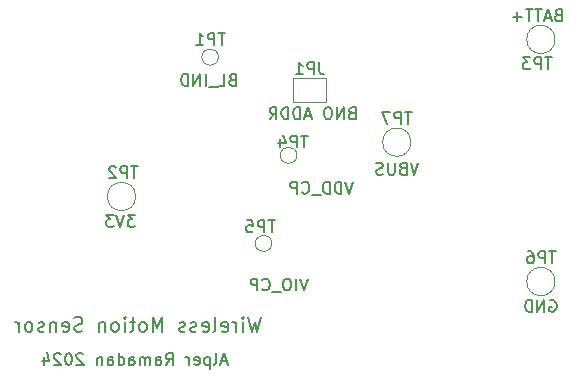
<source format=gbr>
G04 #@! TF.GenerationSoftware,KiCad,Pcbnew,(6.0.11)*
G04 #@! TF.CreationDate,2024-06-06T18:38:18+02:00*
G04 #@! TF.ProjectId,Wireless_Motion,57697265-6c65-4737-935f-4d6f74696f6e,rev?*
G04 #@! TF.SameCoordinates,Original*
G04 #@! TF.FileFunction,Legend,Bot*
G04 #@! TF.FilePolarity,Positive*
%FSLAX45Y45*%
G04 Gerber Fmt 4.5, Leading zero omitted, Abs format (unit mm)*
G04 Created by KiCad (PCBNEW (6.0.11)) date 2024-06-06 18:38:18*
%MOMM*%
%LPD*%
G01*
G04 APERTURE LIST*
%ADD10C,0.150000*%
%ADD11C,0.200000*%
%ADD12C,0.120000*%
G04 APERTURE END LIST*
D10*
X12401571Y-5929357D02*
X12387286Y-5934119D01*
X12382524Y-5938881D01*
X12377762Y-5948405D01*
X12377762Y-5962690D01*
X12382524Y-5972214D01*
X12387286Y-5976976D01*
X12396809Y-5981738D01*
X12434905Y-5981738D01*
X12434905Y-5881738D01*
X12401571Y-5881738D01*
X12392048Y-5886500D01*
X12387286Y-5891262D01*
X12382524Y-5900786D01*
X12382524Y-5910309D01*
X12387286Y-5919833D01*
X12392048Y-5924595D01*
X12401571Y-5929357D01*
X12434905Y-5929357D01*
X12334905Y-5981738D02*
X12334905Y-5881738D01*
X12277762Y-5981738D01*
X12277762Y-5881738D01*
X12211095Y-5881738D02*
X12192048Y-5881738D01*
X12182524Y-5886500D01*
X12173000Y-5896024D01*
X12168238Y-5915071D01*
X12168238Y-5948405D01*
X12173000Y-5967452D01*
X12182524Y-5976976D01*
X12192048Y-5981738D01*
X12211095Y-5981738D01*
X12220619Y-5976976D01*
X12230143Y-5967452D01*
X12234905Y-5948405D01*
X12234905Y-5915071D01*
X12230143Y-5896024D01*
X12220619Y-5886500D01*
X12211095Y-5881738D01*
X12053952Y-5953167D02*
X12006333Y-5953167D01*
X12063476Y-5981738D02*
X12030143Y-5881738D01*
X11996809Y-5981738D01*
X11963476Y-5981738D02*
X11963476Y-5881738D01*
X11939667Y-5881738D01*
X11925381Y-5886500D01*
X11915857Y-5896024D01*
X11911095Y-5905548D01*
X11906333Y-5924595D01*
X11906333Y-5938881D01*
X11911095Y-5957928D01*
X11915857Y-5967452D01*
X11925381Y-5976976D01*
X11939667Y-5981738D01*
X11963476Y-5981738D01*
X11863476Y-5981738D02*
X11863476Y-5881738D01*
X11839667Y-5881738D01*
X11825381Y-5886500D01*
X11815857Y-5896024D01*
X11811095Y-5905548D01*
X11806333Y-5924595D01*
X11806333Y-5938881D01*
X11811095Y-5957928D01*
X11815857Y-5967452D01*
X11825381Y-5976976D01*
X11839667Y-5981738D01*
X11863476Y-5981738D01*
X11706333Y-5981738D02*
X11739667Y-5934119D01*
X11763476Y-5981738D02*
X11763476Y-5881738D01*
X11725381Y-5881738D01*
X11715857Y-5886500D01*
X11711095Y-5891262D01*
X11706333Y-5900786D01*
X11706333Y-5915071D01*
X11711095Y-5924595D01*
X11715857Y-5929357D01*
X11725381Y-5934119D01*
X11763476Y-5934119D01*
X12030619Y-7331738D02*
X11997286Y-7431738D01*
X11963952Y-7331738D01*
X11930619Y-7431738D02*
X11930619Y-7331738D01*
X11863952Y-7331738D02*
X11844905Y-7331738D01*
X11835381Y-7336500D01*
X11825857Y-7346024D01*
X11821095Y-7365071D01*
X11821095Y-7398405D01*
X11825857Y-7417452D01*
X11835381Y-7426976D01*
X11844905Y-7431738D01*
X11863952Y-7431738D01*
X11873476Y-7426976D01*
X11883000Y-7417452D01*
X11887762Y-7398405D01*
X11887762Y-7365071D01*
X11883000Y-7346024D01*
X11873476Y-7336500D01*
X11863952Y-7331738D01*
X11802048Y-7441262D02*
X11725857Y-7441262D01*
X11644905Y-7422214D02*
X11649667Y-7426976D01*
X11663952Y-7431738D01*
X11673476Y-7431738D01*
X11687762Y-7426976D01*
X11697286Y-7417452D01*
X11702048Y-7407928D01*
X11706809Y-7388881D01*
X11706809Y-7374595D01*
X11702048Y-7355548D01*
X11697286Y-7346024D01*
X11687762Y-7336500D01*
X11673476Y-7331738D01*
X11663952Y-7331738D01*
X11649667Y-7336500D01*
X11644905Y-7341262D01*
X11602048Y-7431738D02*
X11602048Y-7331738D01*
X11563952Y-7331738D01*
X11554428Y-7336500D01*
X11549667Y-7341262D01*
X11544905Y-7350786D01*
X11544905Y-7365071D01*
X11549667Y-7374595D01*
X11554428Y-7379357D01*
X11563952Y-7384119D01*
X11602048Y-7384119D01*
X14079190Y-7516500D02*
X14088714Y-7511738D01*
X14103000Y-7511738D01*
X14117286Y-7516500D01*
X14126809Y-7526024D01*
X14131571Y-7535548D01*
X14136333Y-7554595D01*
X14136333Y-7568881D01*
X14131571Y-7587928D01*
X14126809Y-7597452D01*
X14117286Y-7606976D01*
X14103000Y-7611738D01*
X14093476Y-7611738D01*
X14079190Y-7606976D01*
X14074428Y-7602214D01*
X14074428Y-7568881D01*
X14093476Y-7568881D01*
X14031571Y-7611738D02*
X14031571Y-7511738D01*
X13974428Y-7611738D01*
X13974428Y-7511738D01*
X13926809Y-7611738D02*
X13926809Y-7511738D01*
X13903000Y-7511738D01*
X13888714Y-7516500D01*
X13879190Y-7526024D01*
X13874428Y-7535548D01*
X13869667Y-7554595D01*
X13869667Y-7568881D01*
X13874428Y-7587928D01*
X13879190Y-7597452D01*
X13888714Y-7606976D01*
X13903000Y-7611738D01*
X13926809Y-7611738D01*
X14146809Y-5099357D02*
X14132524Y-5104119D01*
X14127762Y-5108881D01*
X14123000Y-5118405D01*
X14123000Y-5132690D01*
X14127762Y-5142214D01*
X14132524Y-5146976D01*
X14142048Y-5151738D01*
X14180143Y-5151738D01*
X14180143Y-5051738D01*
X14146809Y-5051738D01*
X14137286Y-5056500D01*
X14132524Y-5061262D01*
X14127762Y-5070786D01*
X14127762Y-5080310D01*
X14132524Y-5089833D01*
X14137286Y-5094595D01*
X14146809Y-5099357D01*
X14180143Y-5099357D01*
X14084905Y-5123167D02*
X14037286Y-5123167D01*
X14094428Y-5151738D02*
X14061095Y-5051738D01*
X14027762Y-5151738D01*
X14008714Y-5051738D02*
X13951571Y-5051738D01*
X13980143Y-5151738D02*
X13980143Y-5051738D01*
X13932524Y-5051738D02*
X13875381Y-5051738D01*
X13903952Y-5151738D02*
X13903952Y-5051738D01*
X13842048Y-5113643D02*
X13765857Y-5113643D01*
X13803952Y-5151738D02*
X13803952Y-5075548D01*
X10566810Y-6791738D02*
X10504905Y-6791738D01*
X10538238Y-6829833D01*
X10523952Y-6829833D01*
X10514429Y-6834595D01*
X10509667Y-6839357D01*
X10504905Y-6848881D01*
X10504905Y-6872690D01*
X10509667Y-6882214D01*
X10514429Y-6886976D01*
X10523952Y-6891738D01*
X10552524Y-6891738D01*
X10562048Y-6886976D01*
X10566810Y-6882214D01*
X10476333Y-6791738D02*
X10443000Y-6891738D01*
X10409667Y-6791738D01*
X10385857Y-6791738D02*
X10323952Y-6791738D01*
X10357286Y-6829833D01*
X10343000Y-6829833D01*
X10333476Y-6834595D01*
X10328714Y-6839357D01*
X10323952Y-6848881D01*
X10323952Y-6872690D01*
X10328714Y-6882214D01*
X10333476Y-6886976D01*
X10343000Y-6891738D01*
X10371571Y-6891738D01*
X10381095Y-6886976D01*
X10385857Y-6882214D01*
X12414428Y-6511738D02*
X12381095Y-6611738D01*
X12347762Y-6511738D01*
X12314428Y-6611738D02*
X12314428Y-6511738D01*
X12290619Y-6511738D01*
X12276333Y-6516500D01*
X12266809Y-6526024D01*
X12262048Y-6535548D01*
X12257286Y-6554595D01*
X12257286Y-6568881D01*
X12262048Y-6587928D01*
X12266809Y-6597452D01*
X12276333Y-6606976D01*
X12290619Y-6611738D01*
X12314428Y-6611738D01*
X12214428Y-6611738D02*
X12214428Y-6511738D01*
X12190619Y-6511738D01*
X12176333Y-6516500D01*
X12166809Y-6526024D01*
X12162048Y-6535548D01*
X12157286Y-6554595D01*
X12157286Y-6568881D01*
X12162048Y-6587928D01*
X12166809Y-6597452D01*
X12176333Y-6606976D01*
X12190619Y-6611738D01*
X12214428Y-6611738D01*
X12138238Y-6621262D02*
X12062048Y-6621262D01*
X11981095Y-6602214D02*
X11985857Y-6606976D01*
X12000143Y-6611738D01*
X12009667Y-6611738D01*
X12023952Y-6606976D01*
X12033476Y-6597452D01*
X12038238Y-6587928D01*
X12043000Y-6568881D01*
X12043000Y-6554595D01*
X12038238Y-6535548D01*
X12033476Y-6526024D01*
X12023952Y-6516500D01*
X12009667Y-6511738D01*
X12000143Y-6511738D01*
X11985857Y-6516500D01*
X11981095Y-6521262D01*
X11938238Y-6611738D02*
X11938238Y-6511738D01*
X11900143Y-6511738D01*
X11890619Y-6516500D01*
X11885857Y-6521262D01*
X11881095Y-6530786D01*
X11881095Y-6545071D01*
X11885857Y-6554595D01*
X11890619Y-6559357D01*
X11900143Y-6564119D01*
X11938238Y-6564119D01*
X12966333Y-6351738D02*
X12933000Y-6451738D01*
X12899667Y-6351738D01*
X12833000Y-6399357D02*
X12818714Y-6404119D01*
X12813952Y-6408881D01*
X12809190Y-6418405D01*
X12809190Y-6432690D01*
X12813952Y-6442214D01*
X12818714Y-6446976D01*
X12828238Y-6451738D01*
X12866333Y-6451738D01*
X12866333Y-6351738D01*
X12833000Y-6351738D01*
X12823476Y-6356500D01*
X12818714Y-6361262D01*
X12813952Y-6370786D01*
X12813952Y-6380309D01*
X12818714Y-6389833D01*
X12823476Y-6394595D01*
X12833000Y-6399357D01*
X12866333Y-6399357D01*
X12766333Y-6351738D02*
X12766333Y-6432690D01*
X12761571Y-6442214D01*
X12756809Y-6446976D01*
X12747286Y-6451738D01*
X12728238Y-6451738D01*
X12718714Y-6446976D01*
X12713952Y-6442214D01*
X12709190Y-6432690D01*
X12709190Y-6351738D01*
X12666333Y-6446976D02*
X12652048Y-6451738D01*
X12628238Y-6451738D01*
X12618714Y-6446976D01*
X12613952Y-6442214D01*
X12609190Y-6432690D01*
X12609190Y-6423167D01*
X12613952Y-6413643D01*
X12618714Y-6408881D01*
X12628238Y-6404119D01*
X12647286Y-6399357D01*
X12656809Y-6394595D01*
X12661571Y-6389833D01*
X12666333Y-6380309D01*
X12666333Y-6370786D01*
X12661571Y-6361262D01*
X12656809Y-6356500D01*
X12647286Y-6351738D01*
X12623476Y-6351738D01*
X12609190Y-6356500D01*
D11*
X11630143Y-7660786D02*
X11601571Y-7780786D01*
X11578714Y-7695071D01*
X11555857Y-7780786D01*
X11527286Y-7660786D01*
X11481571Y-7780786D02*
X11481571Y-7700786D01*
X11481571Y-7660786D02*
X11487286Y-7666500D01*
X11481571Y-7672214D01*
X11475857Y-7666500D01*
X11481571Y-7660786D01*
X11481571Y-7672214D01*
X11424428Y-7780786D02*
X11424428Y-7700786D01*
X11424428Y-7723643D02*
X11418714Y-7712214D01*
X11413000Y-7706500D01*
X11401571Y-7700786D01*
X11390143Y-7700786D01*
X11304428Y-7775071D02*
X11315857Y-7780786D01*
X11338714Y-7780786D01*
X11350143Y-7775071D01*
X11355857Y-7763643D01*
X11355857Y-7717928D01*
X11350143Y-7706500D01*
X11338714Y-7700786D01*
X11315857Y-7700786D01*
X11304428Y-7706500D01*
X11298714Y-7717928D01*
X11298714Y-7729357D01*
X11355857Y-7740786D01*
X11230143Y-7780786D02*
X11241571Y-7775071D01*
X11247286Y-7763643D01*
X11247286Y-7660786D01*
X11138714Y-7775071D02*
X11150143Y-7780786D01*
X11173000Y-7780786D01*
X11184429Y-7775071D01*
X11190143Y-7763643D01*
X11190143Y-7717928D01*
X11184429Y-7706500D01*
X11173000Y-7700786D01*
X11150143Y-7700786D01*
X11138714Y-7706500D01*
X11133000Y-7717928D01*
X11133000Y-7729357D01*
X11190143Y-7740786D01*
X11087286Y-7775071D02*
X11075857Y-7780786D01*
X11053000Y-7780786D01*
X11041571Y-7775071D01*
X11035857Y-7763643D01*
X11035857Y-7757928D01*
X11041571Y-7746500D01*
X11053000Y-7740786D01*
X11070143Y-7740786D01*
X11081571Y-7735071D01*
X11087286Y-7723643D01*
X11087286Y-7717928D01*
X11081571Y-7706500D01*
X11070143Y-7700786D01*
X11053000Y-7700786D01*
X11041571Y-7706500D01*
X10990143Y-7775071D02*
X10978714Y-7780786D01*
X10955857Y-7780786D01*
X10944429Y-7775071D01*
X10938714Y-7763643D01*
X10938714Y-7757928D01*
X10944429Y-7746500D01*
X10955857Y-7740786D01*
X10973000Y-7740786D01*
X10984429Y-7735071D01*
X10990143Y-7723643D01*
X10990143Y-7717928D01*
X10984429Y-7706500D01*
X10973000Y-7700786D01*
X10955857Y-7700786D01*
X10944429Y-7706500D01*
X10795857Y-7780786D02*
X10795857Y-7660786D01*
X10755857Y-7746500D01*
X10715857Y-7660786D01*
X10715857Y-7780786D01*
X10641571Y-7780786D02*
X10653000Y-7775071D01*
X10658714Y-7769357D01*
X10664429Y-7757928D01*
X10664429Y-7723643D01*
X10658714Y-7712214D01*
X10653000Y-7706500D01*
X10641571Y-7700786D01*
X10624429Y-7700786D01*
X10613000Y-7706500D01*
X10607286Y-7712214D01*
X10601571Y-7723643D01*
X10601571Y-7757928D01*
X10607286Y-7769357D01*
X10613000Y-7775071D01*
X10624429Y-7780786D01*
X10641571Y-7780786D01*
X10567286Y-7700786D02*
X10521571Y-7700786D01*
X10550143Y-7660786D02*
X10550143Y-7763643D01*
X10544429Y-7775071D01*
X10533000Y-7780786D01*
X10521571Y-7780786D01*
X10481571Y-7780786D02*
X10481571Y-7700786D01*
X10481571Y-7660786D02*
X10487286Y-7666500D01*
X10481571Y-7672214D01*
X10475857Y-7666500D01*
X10481571Y-7660786D01*
X10481571Y-7672214D01*
X10407286Y-7780786D02*
X10418714Y-7775071D01*
X10424429Y-7769357D01*
X10430143Y-7757928D01*
X10430143Y-7723643D01*
X10424429Y-7712214D01*
X10418714Y-7706500D01*
X10407286Y-7700786D01*
X10390143Y-7700786D01*
X10378714Y-7706500D01*
X10373000Y-7712214D01*
X10367286Y-7723643D01*
X10367286Y-7757928D01*
X10373000Y-7769357D01*
X10378714Y-7775071D01*
X10390143Y-7780786D01*
X10407286Y-7780786D01*
X10315857Y-7700786D02*
X10315857Y-7780786D01*
X10315857Y-7712214D02*
X10310143Y-7706500D01*
X10298714Y-7700786D01*
X10281571Y-7700786D01*
X10270143Y-7706500D01*
X10264429Y-7717928D01*
X10264429Y-7780786D01*
X10121571Y-7775071D02*
X10104429Y-7780786D01*
X10075857Y-7780786D01*
X10064429Y-7775071D01*
X10058714Y-7769357D01*
X10053000Y-7757928D01*
X10053000Y-7746500D01*
X10058714Y-7735071D01*
X10064429Y-7729357D01*
X10075857Y-7723643D01*
X10098714Y-7717928D01*
X10110143Y-7712214D01*
X10115857Y-7706500D01*
X10121571Y-7695071D01*
X10121571Y-7683643D01*
X10115857Y-7672214D01*
X10110143Y-7666500D01*
X10098714Y-7660786D01*
X10070143Y-7660786D01*
X10053000Y-7666500D01*
X9955857Y-7775071D02*
X9967286Y-7780786D01*
X9990143Y-7780786D01*
X10001571Y-7775071D01*
X10007286Y-7763643D01*
X10007286Y-7717928D01*
X10001571Y-7706500D01*
X9990143Y-7700786D01*
X9967286Y-7700786D01*
X9955857Y-7706500D01*
X9950143Y-7717928D01*
X9950143Y-7729357D01*
X10007286Y-7740786D01*
X9898714Y-7700786D02*
X9898714Y-7780786D01*
X9898714Y-7712214D02*
X9893000Y-7706500D01*
X9881571Y-7700786D01*
X9864429Y-7700786D01*
X9853000Y-7706500D01*
X9847286Y-7717928D01*
X9847286Y-7780786D01*
X9795857Y-7775071D02*
X9784429Y-7780786D01*
X9761571Y-7780786D01*
X9750143Y-7775071D01*
X9744429Y-7763643D01*
X9744429Y-7757928D01*
X9750143Y-7746500D01*
X9761571Y-7740786D01*
X9778714Y-7740786D01*
X9790143Y-7735071D01*
X9795857Y-7723643D01*
X9795857Y-7717928D01*
X9790143Y-7706500D01*
X9778714Y-7700786D01*
X9761571Y-7700786D01*
X9750143Y-7706500D01*
X9675857Y-7780786D02*
X9687286Y-7775071D01*
X9693000Y-7769357D01*
X9698714Y-7757928D01*
X9698714Y-7723643D01*
X9693000Y-7712214D01*
X9687286Y-7706500D01*
X9675857Y-7700786D01*
X9658714Y-7700786D01*
X9647286Y-7706500D01*
X9641571Y-7712214D01*
X9635857Y-7723643D01*
X9635857Y-7757928D01*
X9641571Y-7769357D01*
X9647286Y-7775071D01*
X9658714Y-7780786D01*
X9675857Y-7780786D01*
X9584429Y-7780786D02*
X9584429Y-7700786D01*
X9584429Y-7723643D02*
X9578714Y-7712214D01*
X9573000Y-7706500D01*
X9561571Y-7700786D01*
X9550143Y-7700786D01*
X11341571Y-8033167D02*
X11293952Y-8033167D01*
X11351095Y-8061738D02*
X11317762Y-7961738D01*
X11284428Y-8061738D01*
X11236809Y-8061738D02*
X11246333Y-8056976D01*
X11251095Y-8047452D01*
X11251095Y-7961738D01*
X11198714Y-7995071D02*
X11198714Y-8095071D01*
X11198714Y-7999833D02*
X11189190Y-7995071D01*
X11170143Y-7995071D01*
X11160619Y-7999833D01*
X11155857Y-8004595D01*
X11151095Y-8014119D01*
X11151095Y-8042690D01*
X11155857Y-8052214D01*
X11160619Y-8056976D01*
X11170143Y-8061738D01*
X11189190Y-8061738D01*
X11198714Y-8056976D01*
X11070143Y-8056976D02*
X11079667Y-8061738D01*
X11098714Y-8061738D01*
X11108238Y-8056976D01*
X11113000Y-8047452D01*
X11113000Y-8009357D01*
X11108238Y-7999833D01*
X11098714Y-7995071D01*
X11079667Y-7995071D01*
X11070143Y-7999833D01*
X11065381Y-8009357D01*
X11065381Y-8018881D01*
X11113000Y-8028405D01*
X11022524Y-8061738D02*
X11022524Y-7995071D01*
X11022524Y-8014119D02*
X11017762Y-8004595D01*
X11013000Y-7999833D01*
X11003476Y-7995071D01*
X10993952Y-7995071D01*
X10827286Y-8061738D02*
X10860619Y-8014119D01*
X10884429Y-8061738D02*
X10884429Y-7961738D01*
X10846333Y-7961738D01*
X10836810Y-7966500D01*
X10832048Y-7971262D01*
X10827286Y-7980786D01*
X10827286Y-7995071D01*
X10832048Y-8004595D01*
X10836810Y-8009357D01*
X10846333Y-8014119D01*
X10884429Y-8014119D01*
X10741571Y-8061738D02*
X10741571Y-8009357D01*
X10746333Y-7999833D01*
X10755857Y-7995071D01*
X10774905Y-7995071D01*
X10784429Y-7999833D01*
X10741571Y-8056976D02*
X10751095Y-8061738D01*
X10774905Y-8061738D01*
X10784429Y-8056976D01*
X10789190Y-8047452D01*
X10789190Y-8037928D01*
X10784429Y-8028405D01*
X10774905Y-8023643D01*
X10751095Y-8023643D01*
X10741571Y-8018881D01*
X10693952Y-8061738D02*
X10693952Y-7995071D01*
X10693952Y-8004595D02*
X10689190Y-7999833D01*
X10679667Y-7995071D01*
X10665381Y-7995071D01*
X10655857Y-7999833D01*
X10651095Y-8009357D01*
X10651095Y-8061738D01*
X10651095Y-8009357D02*
X10646333Y-7999833D01*
X10636810Y-7995071D01*
X10622524Y-7995071D01*
X10613000Y-7999833D01*
X10608238Y-8009357D01*
X10608238Y-8061738D01*
X10517762Y-8061738D02*
X10517762Y-8009357D01*
X10522524Y-7999833D01*
X10532048Y-7995071D01*
X10551095Y-7995071D01*
X10560619Y-7999833D01*
X10517762Y-8056976D02*
X10527286Y-8061738D01*
X10551095Y-8061738D01*
X10560619Y-8056976D01*
X10565381Y-8047452D01*
X10565381Y-8037928D01*
X10560619Y-8028405D01*
X10551095Y-8023643D01*
X10527286Y-8023643D01*
X10517762Y-8018881D01*
X10427286Y-8061738D02*
X10427286Y-7961738D01*
X10427286Y-8056976D02*
X10436810Y-8061738D01*
X10455857Y-8061738D01*
X10465381Y-8056976D01*
X10470143Y-8052214D01*
X10474905Y-8042690D01*
X10474905Y-8014119D01*
X10470143Y-8004595D01*
X10465381Y-7999833D01*
X10455857Y-7995071D01*
X10436810Y-7995071D01*
X10427286Y-7999833D01*
X10336810Y-8061738D02*
X10336810Y-8009357D01*
X10341571Y-7999833D01*
X10351095Y-7995071D01*
X10370143Y-7995071D01*
X10379667Y-7999833D01*
X10336810Y-8056976D02*
X10346333Y-8061738D01*
X10370143Y-8061738D01*
X10379667Y-8056976D01*
X10384429Y-8047452D01*
X10384429Y-8037928D01*
X10379667Y-8028405D01*
X10370143Y-8023643D01*
X10346333Y-8023643D01*
X10336810Y-8018881D01*
X10289190Y-7995071D02*
X10289190Y-8061738D01*
X10289190Y-8004595D02*
X10284429Y-7999833D01*
X10274905Y-7995071D01*
X10260619Y-7995071D01*
X10251095Y-7999833D01*
X10246333Y-8009357D01*
X10246333Y-8061738D01*
X10127286Y-7971262D02*
X10122524Y-7966500D01*
X10113000Y-7961738D01*
X10089190Y-7961738D01*
X10079667Y-7966500D01*
X10074905Y-7971262D01*
X10070143Y-7980786D01*
X10070143Y-7990309D01*
X10074905Y-8004595D01*
X10132048Y-8061738D01*
X10070143Y-8061738D01*
X10008238Y-7961738D02*
X9998714Y-7961738D01*
X9989190Y-7966500D01*
X9984429Y-7971262D01*
X9979667Y-7980786D01*
X9974905Y-7999833D01*
X9974905Y-8023643D01*
X9979667Y-8042690D01*
X9984429Y-8052214D01*
X9989190Y-8056976D01*
X9998714Y-8061738D01*
X10008238Y-8061738D01*
X10017762Y-8056976D01*
X10022524Y-8052214D01*
X10027286Y-8042690D01*
X10032048Y-8023643D01*
X10032048Y-7999833D01*
X10027286Y-7980786D01*
X10022524Y-7971262D01*
X10017762Y-7966500D01*
X10008238Y-7961738D01*
X9936810Y-7971262D02*
X9932048Y-7966500D01*
X9922524Y-7961738D01*
X9898714Y-7961738D01*
X9889190Y-7966500D01*
X9884429Y-7971262D01*
X9879667Y-7980786D01*
X9879667Y-7990309D01*
X9884429Y-8004595D01*
X9941571Y-8061738D01*
X9879667Y-8061738D01*
X9793952Y-7995071D02*
X9793952Y-8061738D01*
X9817762Y-7956976D02*
X9841571Y-8028405D01*
X9779667Y-8028405D01*
D10*
X11390619Y-5646237D02*
X11376333Y-5650999D01*
X11371571Y-5655761D01*
X11366809Y-5665285D01*
X11366809Y-5679571D01*
X11371571Y-5689094D01*
X11376333Y-5693856D01*
X11385857Y-5698618D01*
X11423952Y-5698618D01*
X11423952Y-5598618D01*
X11390619Y-5598618D01*
X11381095Y-5603380D01*
X11376333Y-5608142D01*
X11371571Y-5617666D01*
X11371571Y-5627190D01*
X11376333Y-5636714D01*
X11381095Y-5641475D01*
X11390619Y-5646237D01*
X11423952Y-5646237D01*
X11276333Y-5698618D02*
X11323952Y-5698618D01*
X11323952Y-5598618D01*
X11266809Y-5708142D02*
X11190619Y-5708142D01*
X11166810Y-5698618D02*
X11166810Y-5598618D01*
X11119190Y-5698618D02*
X11119190Y-5598618D01*
X11062048Y-5698618D01*
X11062048Y-5598618D01*
X11014429Y-5698618D02*
X11014429Y-5598618D01*
X10990619Y-5598618D01*
X10976333Y-5603380D01*
X10966810Y-5612904D01*
X10962048Y-5622428D01*
X10957286Y-5641475D01*
X10957286Y-5655761D01*
X10962048Y-5674809D01*
X10966810Y-5684333D01*
X10976333Y-5693856D01*
X10990619Y-5698618D01*
X11014429Y-5698618D01*
X12909190Y-5921938D02*
X12852048Y-5921938D01*
X12880619Y-6021938D02*
X12880619Y-5921938D01*
X12818714Y-6021938D02*
X12818714Y-5921938D01*
X12780619Y-5921938D01*
X12771095Y-5926700D01*
X12766333Y-5931462D01*
X12761571Y-5940986D01*
X12761571Y-5955271D01*
X12766333Y-5964795D01*
X12771095Y-5969557D01*
X12780619Y-5974319D01*
X12818714Y-5974319D01*
X12728238Y-5921938D02*
X12661571Y-5921938D01*
X12704428Y-6021938D01*
X12128333Y-5501738D02*
X12128333Y-5573167D01*
X12133095Y-5587452D01*
X12142619Y-5596976D01*
X12156905Y-5601738D01*
X12166428Y-5601738D01*
X12080714Y-5601738D02*
X12080714Y-5501738D01*
X12042619Y-5501738D01*
X12033095Y-5506500D01*
X12028333Y-5511262D01*
X12023571Y-5520786D01*
X12023571Y-5535071D01*
X12028333Y-5544595D01*
X12033095Y-5549357D01*
X12042619Y-5554119D01*
X12080714Y-5554119D01*
X11928333Y-5601738D02*
X11985476Y-5601738D01*
X11956905Y-5601738D02*
X11956905Y-5501738D01*
X11966428Y-5516024D01*
X11975952Y-5525548D01*
X11985476Y-5530310D01*
X14129190Y-7101938D02*
X14072048Y-7101938D01*
X14100619Y-7201938D02*
X14100619Y-7101938D01*
X14038714Y-7201938D02*
X14038714Y-7101938D01*
X14000619Y-7101938D01*
X13991095Y-7106700D01*
X13986333Y-7111462D01*
X13981571Y-7120986D01*
X13981571Y-7135271D01*
X13986333Y-7144795D01*
X13991095Y-7149557D01*
X14000619Y-7154319D01*
X14038714Y-7154319D01*
X13895857Y-7101938D02*
X13914905Y-7101938D01*
X13924428Y-7106700D01*
X13929190Y-7111462D01*
X13938714Y-7125748D01*
X13943476Y-7144795D01*
X13943476Y-7182890D01*
X13938714Y-7192414D01*
X13933952Y-7197176D01*
X13924428Y-7201938D01*
X13905381Y-7201938D01*
X13895857Y-7197176D01*
X13891095Y-7192414D01*
X13886333Y-7182890D01*
X13886333Y-7159081D01*
X13891095Y-7149557D01*
X13895857Y-7144795D01*
X13905381Y-7140033D01*
X13924428Y-7140033D01*
X13933952Y-7144795D01*
X13938714Y-7149557D01*
X13943476Y-7159081D01*
X11751690Y-6839238D02*
X11694548Y-6839238D01*
X11723119Y-6939238D02*
X11723119Y-6839238D01*
X11661214Y-6939238D02*
X11661214Y-6839238D01*
X11623119Y-6839238D01*
X11613595Y-6844000D01*
X11608833Y-6848762D01*
X11604071Y-6858286D01*
X11604071Y-6872571D01*
X11608833Y-6882095D01*
X11613595Y-6886857D01*
X11623119Y-6891619D01*
X11661214Y-6891619D01*
X11513595Y-6839238D02*
X11561214Y-6839238D01*
X11565976Y-6886857D01*
X11561214Y-6882095D01*
X11551690Y-6877333D01*
X11527881Y-6877333D01*
X11518357Y-6882095D01*
X11513595Y-6886857D01*
X11508833Y-6896381D01*
X11508833Y-6920190D01*
X11513595Y-6929714D01*
X11518357Y-6934476D01*
X11527881Y-6939238D01*
X11551690Y-6939238D01*
X11561214Y-6934476D01*
X11565976Y-6929714D01*
X10589190Y-6381938D02*
X10532048Y-6381938D01*
X10560619Y-6481938D02*
X10560619Y-6381938D01*
X10498714Y-6481938D02*
X10498714Y-6381938D01*
X10460619Y-6381938D01*
X10451095Y-6386700D01*
X10446333Y-6391462D01*
X10441571Y-6400986D01*
X10441571Y-6415271D01*
X10446333Y-6424795D01*
X10451095Y-6429557D01*
X10460619Y-6434319D01*
X10498714Y-6434319D01*
X10403476Y-6391462D02*
X10398714Y-6386700D01*
X10389190Y-6381938D01*
X10365381Y-6381938D01*
X10355857Y-6386700D01*
X10351095Y-6391462D01*
X10346333Y-6400986D01*
X10346333Y-6410509D01*
X10351095Y-6424795D01*
X10408238Y-6481938D01*
X10346333Y-6481938D01*
X14093603Y-5459511D02*
X14036460Y-5459511D01*
X14065031Y-5559511D02*
X14065031Y-5459511D01*
X14003126Y-5559511D02*
X14003126Y-5459511D01*
X13965031Y-5459511D01*
X13955507Y-5464273D01*
X13950745Y-5469035D01*
X13945984Y-5478559D01*
X13945984Y-5492845D01*
X13950745Y-5502368D01*
X13955507Y-5507130D01*
X13965031Y-5511892D01*
X14003126Y-5511892D01*
X13912650Y-5459511D02*
X13850745Y-5459511D01*
X13884079Y-5497606D01*
X13869793Y-5497606D01*
X13860269Y-5502368D01*
X13855507Y-5507130D01*
X13850745Y-5516654D01*
X13850745Y-5540464D01*
X13855507Y-5549987D01*
X13860269Y-5554749D01*
X13869793Y-5559511D01*
X13898364Y-5559511D01*
X13907888Y-5554749D01*
X13912650Y-5549987D01*
X11329190Y-5251738D02*
X11272048Y-5251738D01*
X11300619Y-5351738D02*
X11300619Y-5251738D01*
X11238714Y-5351738D02*
X11238714Y-5251738D01*
X11200619Y-5251738D01*
X11191095Y-5256500D01*
X11186333Y-5261262D01*
X11181571Y-5270786D01*
X11181571Y-5285071D01*
X11186333Y-5294595D01*
X11191095Y-5299357D01*
X11200619Y-5304119D01*
X11238714Y-5304119D01*
X11086333Y-5351738D02*
X11143476Y-5351738D01*
X11114905Y-5351738D02*
X11114905Y-5251738D01*
X11124429Y-5266024D01*
X11133952Y-5275548D01*
X11143476Y-5280310D01*
X12027819Y-6120157D02*
X11970676Y-6120157D01*
X11999247Y-6220157D02*
X11999247Y-6120157D01*
X11937342Y-6220157D02*
X11937342Y-6120157D01*
X11899247Y-6120157D01*
X11889723Y-6124919D01*
X11884962Y-6129681D01*
X11880200Y-6139204D01*
X11880200Y-6153490D01*
X11884962Y-6163014D01*
X11889723Y-6167776D01*
X11899247Y-6172538D01*
X11937342Y-6172538D01*
X11794485Y-6153490D02*
X11794485Y-6220157D01*
X11818295Y-6115395D02*
X11842104Y-6186823D01*
X11780200Y-6186823D01*
D12*
X12903000Y-6176500D02*
G75*
G03*
X12903000Y-6176500I-120000J0D01*
G01*
X11905000Y-5836500D02*
X12185000Y-5836500D01*
X11905000Y-5636500D02*
X11905000Y-5836500D01*
X12185000Y-5636500D02*
X11905000Y-5636500D01*
X12185000Y-5836500D02*
X12185000Y-5636500D01*
X14123000Y-7356500D02*
G75*
G03*
X14123000Y-7356500I-120000J0D01*
G01*
X11725500Y-7034000D02*
G75*
G03*
X11725500Y-7034000I-70000J0D01*
G01*
X10573000Y-6636500D02*
G75*
G03*
X10573000Y-6636500I-120000J0D01*
G01*
X14123000Y-5306500D02*
G75*
G03*
X14123000Y-5306500I-120000J0D01*
G01*
X11273000Y-5456500D02*
G75*
G03*
X11273000Y-5456500I-70000J0D01*
G01*
X11937000Y-6288500D02*
G75*
G03*
X11937000Y-6288500I-70000J0D01*
G01*
M02*

</source>
